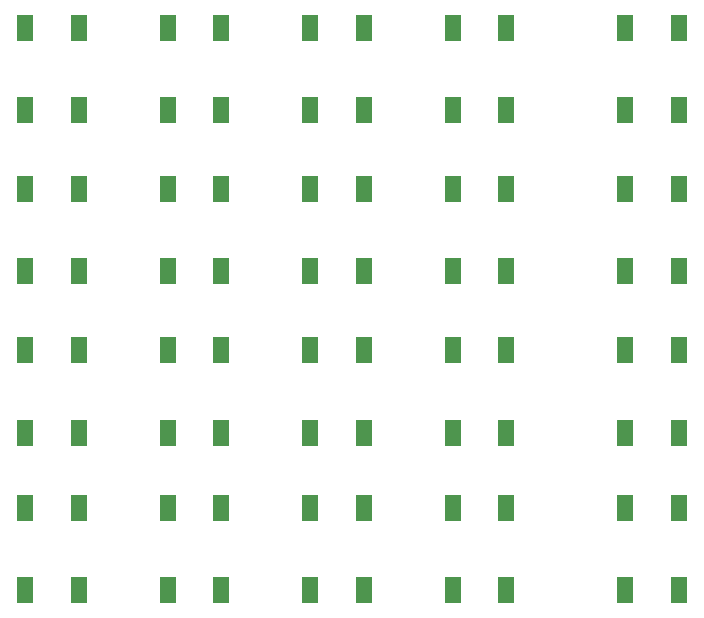
<source format=gtp>
G04 #@! TF.GenerationSoftware,KiCad,Pcbnew,(5.0.1-3-g963ef8bb5)*
G04 #@! TF.CreationDate,2018-12-12T19:15:58+01:00*
G04 #@! TF.ProjectId,kim-uno-rev1,6B696D2D756E6F2D726576312E6B6963,1*
G04 #@! TF.SameCoordinates,Original*
G04 #@! TF.FileFunction,Paste,Top*
G04 #@! TF.FilePolarity,Positive*
%FSLAX46Y46*%
G04 Gerber Fmt 4.6, Leading zero omitted, Abs format (unit mm)*
G04 Created by KiCad (PCBNEW (5.0.1-3-g963ef8bb5)) date Wednesday, 12 December 2018 at 19:15:58*
%MOMM*%
%LPD*%
G01*
G04 APERTURE LIST*
%ADD10R,1.400000X2.200000*%
G04 APERTURE END LIST*
D10*
G04 #@! TO.C,SW1*
X115454000Y-94178000D03*
X115454000Y-87178000D03*
X120004000Y-94178000D03*
X120004000Y-87178000D03*
G04 #@! TD*
G04 #@! TO.C,SW2*
X120004000Y-100823000D03*
X120004000Y-107823000D03*
X115454000Y-100823000D03*
X115454000Y-107823000D03*
G04 #@! TD*
G04 #@! TO.C,SW3*
X120004000Y-114483000D03*
X120004000Y-121483000D03*
X115454000Y-114483000D03*
X115454000Y-121483000D03*
G04 #@! TD*
G04 #@! TO.C,SW4*
X115454000Y-134818000D03*
X115454000Y-127818000D03*
X120004000Y-134818000D03*
X120004000Y-127818000D03*
G04 #@! TD*
G04 #@! TO.C,SW5*
X127519000Y-94178000D03*
X127519000Y-87178000D03*
X132069000Y-94178000D03*
X132069000Y-87178000D03*
G04 #@! TD*
G04 #@! TO.C,SW6*
X132069000Y-100823000D03*
X132069000Y-107823000D03*
X127519000Y-100823000D03*
X127519000Y-107823000D03*
G04 #@! TD*
G04 #@! TO.C,SW7*
X127519000Y-121483000D03*
X127519000Y-114483000D03*
X132069000Y-121483000D03*
X132069000Y-114483000D03*
G04 #@! TD*
G04 #@! TO.C,SW8*
X132069000Y-127818000D03*
X132069000Y-134818000D03*
X127519000Y-127818000D03*
X127519000Y-134818000D03*
G04 #@! TD*
G04 #@! TO.C,SW9*
X139584000Y-94178000D03*
X139584000Y-87178000D03*
X144134000Y-94178000D03*
X144134000Y-87178000D03*
G04 #@! TD*
G04 #@! TO.C,SW10*
X144134000Y-100823000D03*
X144134000Y-107823000D03*
X139584000Y-100823000D03*
X139584000Y-107823000D03*
G04 #@! TD*
G04 #@! TO.C,SW11*
X139584000Y-121483000D03*
X139584000Y-114483000D03*
X144134000Y-121483000D03*
X144134000Y-114483000D03*
G04 #@! TD*
G04 #@! TO.C,SW12*
X139584000Y-134818000D03*
X139584000Y-127818000D03*
X144134000Y-134818000D03*
X144134000Y-127818000D03*
G04 #@! TD*
G04 #@! TO.C,SW13*
X156199000Y-87178000D03*
X156199000Y-94178000D03*
X151649000Y-87178000D03*
X151649000Y-94178000D03*
G04 #@! TD*
G04 #@! TO.C,SW14*
X151649000Y-107823000D03*
X151649000Y-100823000D03*
X156199000Y-107823000D03*
X156199000Y-100823000D03*
G04 #@! TD*
G04 #@! TO.C,SW15*
X156199000Y-114483000D03*
X156199000Y-121483000D03*
X151649000Y-114483000D03*
X151649000Y-121483000D03*
G04 #@! TD*
G04 #@! TO.C,SW16*
X151649000Y-134818000D03*
X151649000Y-127818000D03*
X156199000Y-134818000D03*
X156199000Y-127818000D03*
G04 #@! TD*
G04 #@! TO.C,SW17*
X170804000Y-87178000D03*
X170804000Y-94178000D03*
X166254000Y-87178000D03*
X166254000Y-94178000D03*
G04 #@! TD*
G04 #@! TO.C,SW18*
X166254000Y-107823000D03*
X166254000Y-100823000D03*
X170804000Y-107823000D03*
X170804000Y-100823000D03*
G04 #@! TD*
G04 #@! TO.C,SW19*
X170804000Y-114483000D03*
X170804000Y-121483000D03*
X166254000Y-114483000D03*
X166254000Y-121483000D03*
G04 #@! TD*
G04 #@! TO.C,SW20*
X170804000Y-127818000D03*
X170804000Y-134818000D03*
X166254000Y-127818000D03*
X166254000Y-134818000D03*
G04 #@! TD*
M02*

</source>
